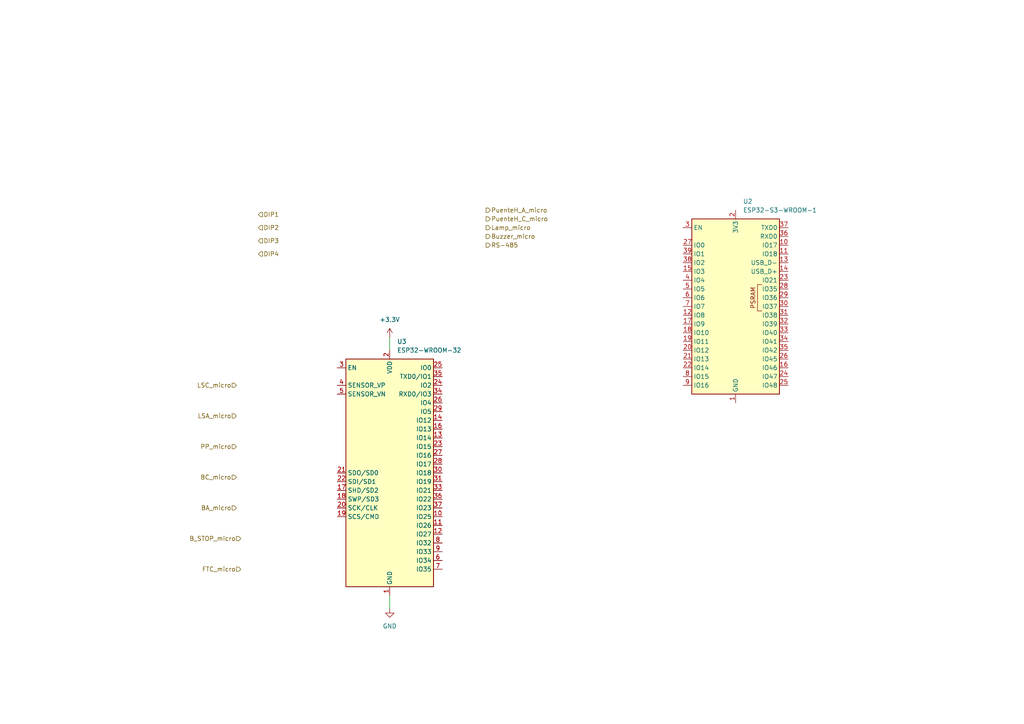
<source format=kicad_sch>
(kicad_sch
	(version 20250114)
	(generator "eeschema")
	(generator_version "9.0")
	(uuid "236dfe4a-e3ba-4b02-a8cb-721af9eabc13")
	(paper "A4")
	(lib_symbols
		(symbol "RF_Module:ESP32-S3-WROOM-1"
			(exclude_from_sim no)
			(in_bom yes)
			(on_board yes)
			(property "Reference" "U"
				(at -12.7 26.67 0)
				(effects
					(font
						(size 1.27 1.27)
					)
				)
			)
			(property "Value" "ESP32-S3-WROOM-1"
				(at 12.7 26.67 0)
				(effects
					(font
						(size 1.27 1.27)
					)
				)
			)
			(property "Footprint" "RF_Module:ESP32-S3-WROOM-1"
				(at 0 2.54 0)
				(effects
					(font
						(size 1.27 1.27)
					)
					(hide yes)
				)
			)
			(property "Datasheet" "https://www.espressif.com/sites/default/files/documentation/esp32-s3-wroom-1_wroom-1u_datasheet_en.pdf"
				(at 0 0 0)
				(effects
					(font
						(size 1.27 1.27)
					)
					(hide yes)
				)
			)
			(property "Description" "RF Module, ESP32-S3 SoC, Wi-Fi 802.11b/g/n, Bluetooth, BLE, 32-bit, 3.3V, onboard antenna, SMD"
				(at 0 0 0)
				(effects
					(font
						(size 1.27 1.27)
					)
					(hide yes)
				)
			)
			(property "ki_keywords" "RF Radio BT ESP ESP32-S3 Espressif onboard PCB antenna"
				(at 0 0 0)
				(effects
					(font
						(size 1.27 1.27)
					)
					(hide yes)
				)
			)
			(property "ki_fp_filters" "ESP32?S3?WROOM?1*"
				(at 0 0 0)
				(effects
					(font
						(size 1.27 1.27)
					)
					(hide yes)
				)
			)
			(symbol "ESP32-S3-WROOM-1_0_0"
				(rectangle
					(start -12.7 25.4)
					(end 12.7 -25.4)
					(stroke
						(width 0.254)
						(type default)
					)
					(fill
						(type background)
					)
				)
				(text "PSRAM"
					(at 5.08 2.54 900)
					(effects
						(font
							(size 1.27 1.27)
						)
					)
				)
			)
			(symbol "ESP32-S3-WROOM-1_0_1"
				(polyline
					(pts
						(xy 7.62 -1.27) (xy 6.35 -1.27) (xy 6.35 6.35) (xy 7.62 6.35)
					)
					(stroke
						(width 0)
						(type default)
					)
					(fill
						(type none)
					)
				)
			)
			(symbol "ESP32-S3-WROOM-1_1_1"
				(pin input line
					(at -15.24 22.86 0)
					(length 2.54)
					(name "EN"
						(effects
							(font
								(size 1.27 1.27)
							)
						)
					)
					(number "3"
						(effects
							(font
								(size 1.27 1.27)
							)
						)
					)
				)
				(pin bidirectional line
					(at -15.24 17.78 0)
					(length 2.54)
					(name "IO0"
						(effects
							(font
								(size 1.27 1.27)
							)
						)
					)
					(number "27"
						(effects
							(font
								(size 1.27 1.27)
							)
						)
					)
				)
				(pin bidirectional line
					(at -15.24 15.24 0)
					(length 2.54)
					(name "IO1"
						(effects
							(font
								(size 1.27 1.27)
							)
						)
					)
					(number "39"
						(effects
							(font
								(size 1.27 1.27)
							)
						)
					)
				)
				(pin bidirectional line
					(at -15.24 12.7 0)
					(length 2.54)
					(name "IO2"
						(effects
							(font
								(size 1.27 1.27)
							)
						)
					)
					(number "38"
						(effects
							(font
								(size 1.27 1.27)
							)
						)
					)
				)
				(pin bidirectional line
					(at -15.24 10.16 0)
					(length 2.54)
					(name "IO3"
						(effects
							(font
								(size 1.27 1.27)
							)
						)
					)
					(number "15"
						(effects
							(font
								(size 1.27 1.27)
							)
						)
					)
				)
				(pin bidirectional line
					(at -15.24 7.62 0)
					(length 2.54)
					(name "IO4"
						(effects
							(font
								(size 1.27 1.27)
							)
						)
					)
					(number "4"
						(effects
							(font
								(size 1.27 1.27)
							)
						)
					)
				)
				(pin bidirectional line
					(at -15.24 5.08 0)
					(length 2.54)
					(name "IO5"
						(effects
							(font
								(size 1.27 1.27)
							)
						)
					)
					(number "5"
						(effects
							(font
								(size 1.27 1.27)
							)
						)
					)
				)
				(pin bidirectional line
					(at -15.24 2.54 0)
					(length 2.54)
					(name "IO6"
						(effects
							(font
								(size 1.27 1.27)
							)
						)
					)
					(number "6"
						(effects
							(font
								(size 1.27 1.27)
							)
						)
					)
				)
				(pin bidirectional line
					(at -15.24 0 0)
					(length 2.54)
					(name "IO7"
						(effects
							(font
								(size 1.27 1.27)
							)
						)
					)
					(number "7"
						(effects
							(font
								(size 1.27 1.27)
							)
						)
					)
				)
				(pin bidirectional line
					(at -15.24 -2.54 0)
					(length 2.54)
					(name "IO8"
						(effects
							(font
								(size 1.27 1.27)
							)
						)
					)
					(number "12"
						(effects
							(font
								(size 1.27 1.27)
							)
						)
					)
				)
				(pin bidirectional line
					(at -15.24 -5.08 0)
					(length 2.54)
					(name "IO9"
						(effects
							(font
								(size 1.27 1.27)
							)
						)
					)
					(number "17"
						(effects
							(font
								(size 1.27 1.27)
							)
						)
					)
				)
				(pin bidirectional line
					(at -15.24 -7.62 0)
					(length 2.54)
					(name "IO10"
						(effects
							(font
								(size 1.27 1.27)
							)
						)
					)
					(number "18"
						(effects
							(font
								(size 1.27 1.27)
							)
						)
					)
				)
				(pin bidirectional line
					(at -15.24 -10.16 0)
					(length 2.54)
					(name "IO11"
						(effects
							(font
								(size 1.27 1.27)
							)
						)
					)
					(number "19"
						(effects
							(font
								(size 1.27 1.27)
							)
						)
					)
				)
				(pin bidirectional line
					(at -15.24 -12.7 0)
					(length 2.54)
					(name "IO12"
						(effects
							(font
								(size 1.27 1.27)
							)
						)
					)
					(number "20"
						(effects
							(font
								(size 1.27 1.27)
							)
						)
					)
				)
				(pin bidirectional line
					(at -15.24 -15.24 0)
					(length 2.54)
					(name "IO13"
						(effects
							(font
								(size 1.27 1.27)
							)
						)
					)
					(number "21"
						(effects
							(font
								(size 1.27 1.27)
							)
						)
					)
				)
				(pin bidirectional line
					(at -15.24 -17.78 0)
					(length 2.54)
					(name "IO14"
						(effects
							(font
								(size 1.27 1.27)
							)
						)
					)
					(number "22"
						(effects
							(font
								(size 1.27 1.27)
							)
						)
					)
				)
				(pin bidirectional line
					(at -15.24 -20.32 0)
					(length 2.54)
					(name "IO15"
						(effects
							(font
								(size 1.27 1.27)
							)
						)
					)
					(number "8"
						(effects
							(font
								(size 1.27 1.27)
							)
						)
					)
				)
				(pin bidirectional line
					(at -15.24 -22.86 0)
					(length 2.54)
					(name "IO16"
						(effects
							(font
								(size 1.27 1.27)
							)
						)
					)
					(number "9"
						(effects
							(font
								(size 1.27 1.27)
							)
						)
					)
				)
				(pin power_in line
					(at 0 27.94 270)
					(length 2.54)
					(name "3V3"
						(effects
							(font
								(size 1.27 1.27)
							)
						)
					)
					(number "2"
						(effects
							(font
								(size 1.27 1.27)
							)
						)
					)
				)
				(pin power_in line
					(at 0 -27.94 90)
					(length 2.54)
					(name "GND"
						(effects
							(font
								(size 1.27 1.27)
							)
						)
					)
					(number "1"
						(effects
							(font
								(size 1.27 1.27)
							)
						)
					)
				)
				(pin passive line
					(at 0 -27.94 90)
					(length 2.54)
					(hide yes)
					(name "GND"
						(effects
							(font
								(size 1.27 1.27)
							)
						)
					)
					(number "40"
						(effects
							(font
								(size 1.27 1.27)
							)
						)
					)
				)
				(pin passive line
					(at 0 -27.94 90)
					(length 2.54)
					(hide yes)
					(name "GND"
						(effects
							(font
								(size 1.27 1.27)
							)
						)
					)
					(number "41"
						(effects
							(font
								(size 1.27 1.27)
							)
						)
					)
				)
				(pin bidirectional line
					(at 15.24 22.86 180)
					(length 2.54)
					(name "TXD0"
						(effects
							(font
								(size 1.27 1.27)
							)
						)
					)
					(number "37"
						(effects
							(font
								(size 1.27 1.27)
							)
						)
					)
				)
				(pin bidirectional line
					(at 15.24 20.32 180)
					(length 2.54)
					(name "RXD0"
						(effects
							(font
								(size 1.27 1.27)
							)
						)
					)
					(number "36"
						(effects
							(font
								(size 1.27 1.27)
							)
						)
					)
				)
				(pin bidirectional line
					(at 15.24 17.78 180)
					(length 2.54)
					(name "IO17"
						(effects
							(font
								(size 1.27 1.27)
							)
						)
					)
					(number "10"
						(effects
							(font
								(size 1.27 1.27)
							)
						)
					)
				)
				(pin bidirectional line
					(at 15.24 15.24 180)
					(length 2.54)
					(name "IO18"
						(effects
							(font
								(size 1.27 1.27)
							)
						)
					)
					(number "11"
						(effects
							(font
								(size 1.27 1.27)
							)
						)
					)
				)
				(pin bidirectional line
					(at 15.24 12.7 180)
					(length 2.54)
					(name "USB_D-"
						(effects
							(font
								(size 1.27 1.27)
							)
						)
					)
					(number "13"
						(effects
							(font
								(size 1.27 1.27)
							)
						)
					)
					(alternate "IO19" bidirectional line)
				)
				(pin bidirectional line
					(at 15.24 10.16 180)
					(length 2.54)
					(name "USB_D+"
						(effects
							(font
								(size 1.27 1.27)
							)
						)
					)
					(number "14"
						(effects
							(font
								(size 1.27 1.27)
							)
						)
					)
					(alternate "IO20" bidirectional line)
				)
				(pin bidirectional line
					(at 15.24 7.62 180)
					(length 2.54)
					(name "IO21"
						(effects
							(font
								(size 1.27 1.27)
							)
						)
					)
					(number "23"
						(effects
							(font
								(size 1.27 1.27)
							)
						)
					)
				)
				(pin bidirectional line
					(at 15.24 5.08 180)
					(length 2.54)
					(name "IO35"
						(effects
							(font
								(size 1.27 1.27)
							)
						)
					)
					(number "28"
						(effects
							(font
								(size 1.27 1.27)
							)
						)
					)
				)
				(pin bidirectional line
					(at 15.24 2.54 180)
					(length 2.54)
					(name "IO36"
						(effects
							(font
								(size 1.27 1.27)
							)
						)
					)
					(number "29"
						(effects
							(font
								(size 1.27 1.27)
							)
						)
					)
				)
				(pin bidirectional line
					(at 15.24 0 180)
					(length 2.54)
					(name "IO37"
						(effects
							(font
								(size 1.27 1.27)
							)
						)
					)
					(number "30"
						(effects
							(font
								(size 1.27 1.27)
							)
						)
					)
				)
				(pin bidirectional line
					(at 15.24 -2.54 180)
					(length 2.54)
					(name "IO38"
						(effects
							(font
								(size 1.27 1.27)
							)
						)
					)
					(number "31"
						(effects
							(font
								(size 1.27 1.27)
							)
						)
					)
				)
				(pin bidirectional line
					(at 15.24 -5.08 180)
					(length 2.54)
					(name "IO39"
						(effects
							(font
								(size 1.27 1.27)
							)
						)
					)
					(number "32"
						(effects
							(font
								(size 1.27 1.27)
							)
						)
					)
				)
				(pin bidirectional line
					(at 15.24 -7.62 180)
					(length 2.54)
					(name "IO40"
						(effects
							(font
								(size 1.27 1.27)
							)
						)
					)
					(number "33"
						(effects
							(font
								(size 1.27 1.27)
							)
						)
					)
				)
				(pin bidirectional line
					(at 15.24 -10.16 180)
					(length 2.54)
					(name "IO41"
						(effects
							(font
								(size 1.27 1.27)
							)
						)
					)
					(number "34"
						(effects
							(font
								(size 1.27 1.27)
							)
						)
					)
				)
				(pin bidirectional line
					(at 15.24 -12.7 180)
					(length 2.54)
					(name "IO42"
						(effects
							(font
								(size 1.27 1.27)
							)
						)
					)
					(number "35"
						(effects
							(font
								(size 1.27 1.27)
							)
						)
					)
				)
				(pin bidirectional line
					(at 15.24 -15.24 180)
					(length 2.54)
					(name "IO45"
						(effects
							(font
								(size 1.27 1.27)
							)
						)
					)
					(number "26"
						(effects
							(font
								(size 1.27 1.27)
							)
						)
					)
				)
				(pin bidirectional line
					(at 15.24 -17.78 180)
					(length 2.54)
					(name "IO46"
						(effects
							(font
								(size 1.27 1.27)
							)
						)
					)
					(number "16"
						(effects
							(font
								(size 1.27 1.27)
							)
						)
					)
				)
				(pin bidirectional line
					(at 15.24 -20.32 180)
					(length 2.54)
					(name "IO47"
						(effects
							(font
								(size 1.27 1.27)
							)
						)
					)
					(number "24"
						(effects
							(font
								(size 1.27 1.27)
							)
						)
					)
				)
				(pin bidirectional line
					(at 15.24 -22.86 180)
					(length 2.54)
					(name "IO48"
						(effects
							(font
								(size 1.27 1.27)
							)
						)
					)
					(number "25"
						(effects
							(font
								(size 1.27 1.27)
							)
						)
					)
				)
			)
			(embedded_fonts no)
		)
		(symbol "RF_Module:ESP32-WROOM-32"
			(exclude_from_sim no)
			(in_bom yes)
			(on_board yes)
			(property "Reference" "U"
				(at -12.7 34.29 0)
				(effects
					(font
						(size 1.27 1.27)
					)
					(justify left)
				)
			)
			(property "Value" "ESP32-WROOM-32"
				(at 1.27 34.29 0)
				(effects
					(font
						(size 1.27 1.27)
					)
					(justify left)
				)
			)
			(property "Footprint" "RF_Module:ESP32-WROOM-32"
				(at 0 -38.1 0)
				(effects
					(font
						(size 1.27 1.27)
					)
					(hide yes)
				)
			)
			(property "Datasheet" "https://www.espressif.com/sites/default/files/documentation/esp32-wroom-32_datasheet_en.pdf"
				(at -7.62 1.27 0)
				(effects
					(font
						(size 1.27 1.27)
					)
					(hide yes)
				)
			)
			(property "Description" "RF Module, ESP32-D0WDQ6 SoC, Wi-Fi 802.11b/g/n, Bluetooth, BLE, 32-bit, 2.7-3.6V, onboard antenna, SMD"
				(at 0 0 0)
				(effects
					(font
						(size 1.27 1.27)
					)
					(hide yes)
				)
			)
			(property "ki_keywords" "RF Radio BT ESP ESP32 Espressif onboard PCB antenna"
				(at 0 0 0)
				(effects
					(font
						(size 1.27 1.27)
					)
					(hide yes)
				)
			)
			(property "ki_fp_filters" "ESP32?WROOM?32*"
				(at 0 0 0)
				(effects
					(font
						(size 1.27 1.27)
					)
					(hide yes)
				)
			)
			(symbol "ESP32-WROOM-32_0_1"
				(rectangle
					(start -12.7 33.02)
					(end 12.7 -33.02)
					(stroke
						(width 0.254)
						(type default)
					)
					(fill
						(type background)
					)
				)
			)
			(symbol "ESP32-WROOM-32_1_1"
				(pin input line
					(at -15.24 30.48 0)
					(length 2.54)
					(name "EN"
						(effects
							(font
								(size 1.27 1.27)
							)
						)
					)
					(number "3"
						(effects
							(font
								(size 1.27 1.27)
							)
						)
					)
				)
				(pin input line
					(at -15.24 25.4 0)
					(length 2.54)
					(name "SENSOR_VP"
						(effects
							(font
								(size 1.27 1.27)
							)
						)
					)
					(number "4"
						(effects
							(font
								(size 1.27 1.27)
							)
						)
					)
				)
				(pin input line
					(at -15.24 22.86 0)
					(length 2.54)
					(name "SENSOR_VN"
						(effects
							(font
								(size 1.27 1.27)
							)
						)
					)
					(number "5"
						(effects
							(font
								(size 1.27 1.27)
							)
						)
					)
				)
				(pin bidirectional line
					(at -15.24 0 0)
					(length 2.54)
					(name "SDO/SD0"
						(effects
							(font
								(size 1.27 1.27)
							)
						)
					)
					(number "21"
						(effects
							(font
								(size 1.27 1.27)
							)
						)
					)
				)
				(pin bidirectional line
					(at -15.24 -2.54 0)
					(length 2.54)
					(name "SDI/SD1"
						(effects
							(font
								(size 1.27 1.27)
							)
						)
					)
					(number "22"
						(effects
							(font
								(size 1.27 1.27)
							)
						)
					)
				)
				(pin bidirectional line
					(at -15.24 -5.08 0)
					(length 2.54)
					(name "SHD/SD2"
						(effects
							(font
								(size 1.27 1.27)
							)
						)
					)
					(number "17"
						(effects
							(font
								(size 1.27 1.27)
							)
						)
					)
				)
				(pin bidirectional line
					(at -15.24 -7.62 0)
					(length 2.54)
					(name "SWP/SD3"
						(effects
							(font
								(size 1.27 1.27)
							)
						)
					)
					(number "18"
						(effects
							(font
								(size 1.27 1.27)
							)
						)
					)
				)
				(pin bidirectional line
					(at -15.24 -10.16 0)
					(length 2.54)
					(name "SCK/CLK"
						(effects
							(font
								(size 1.27 1.27)
							)
						)
					)
					(number "20"
						(effects
							(font
								(size 1.27 1.27)
							)
						)
					)
				)
				(pin bidirectional line
					(at -15.24 -12.7 0)
					(length 2.54)
					(name "SCS/CMD"
						(effects
							(font
								(size 1.27 1.27)
							)
						)
					)
					(number "19"
						(effects
							(font
								(size 1.27 1.27)
							)
						)
					)
				)
				(pin no_connect line
					(at -12.7 -27.94 0)
					(length 2.54)
					(hide yes)
					(name "NC"
						(effects
							(font
								(size 1.27 1.27)
							)
						)
					)
					(number "32"
						(effects
							(font
								(size 1.27 1.27)
							)
						)
					)
				)
				(pin power_in line
					(at 0 35.56 270)
					(length 2.54)
					(name "VDD"
						(effects
							(font
								(size 1.27 1.27)
							)
						)
					)
					(number "2"
						(effects
							(font
								(size 1.27 1.27)
							)
						)
					)
				)
				(pin power_in line
					(at 0 -35.56 90)
					(length 2.54)
					(name "GND"
						(effects
							(font
								(size 1.27 1.27)
							)
						)
					)
					(number "1"
						(effects
							(font
								(size 1.27 1.27)
							)
						)
					)
				)
				(pin passive line
					(at 0 -35.56 90)
					(length 2.54)
					(hide yes)
					(name "GND"
						(effects
							(font
								(size 1.27 1.27)
							)
						)
					)
					(number "15"
						(effects
							(font
								(size 1.27 1.27)
							)
						)
					)
				)
				(pin passive line
					(at 0 -35.56 90)
					(length 2.54)
					(hide yes)
					(name "GND"
						(effects
							(font
								(size 1.27 1.27)
							)
						)
					)
					(number "38"
						(effects
							(font
								(size 1.27 1.27)
							)
						)
					)
				)
				(pin passive line
					(at 0 -35.56 90)
					(length 2.54)
					(hide yes)
					(name "GND"
						(effects
							(font
								(size 1.27 1.27)
							)
						)
					)
					(number "39"
						(effects
							(font
								(size 1.27 1.27)
							)
						)
					)
				)
				(pin bidirectional line
					(at 15.24 30.48 180)
					(length 2.54)
					(name "IO0"
						(effects
							(font
								(size 1.27 1.27)
							)
						)
					)
					(number "25"
						(effects
							(font
								(size 1.27 1.27)
							)
						)
					)
				)
				(pin bidirectional line
					(at 15.24 27.94 180)
					(length 2.54)
					(name "TXD0/IO1"
						(effects
							(font
								(size 1.27 1.27)
							)
						)
					)
					(number "35"
						(effects
							(font
								(size 1.27 1.27)
							)
						)
					)
				)
				(pin bidirectional line
					(at 15.24 25.4 180)
					(length 2.54)
					(name "IO2"
						(effects
							(font
								(size 1.27 1.27)
							)
						)
					)
					(number "24"
						(effects
							(font
								(size 1.27 1.27)
							)
						)
					)
				)
				(pin bidirectional line
					(at 15.24 22.86 180)
					(length 2.54)
					(name "RXD0/IO3"
						(effects
							(font
								(size 1.27 1.27)
							)
						)
					)
					(number "34"
						(effects
							(font
								(size 1.27 1.27)
							)
						)
					)
				)
				(pin bidirectional line
					(at 15.24 20.32 180)
					(length 2.54)
					(name "IO4"
						(effects
							(font
								(size 1.27 1.27)
							)
						)
					)
					(number "26"
						(effects
							(font
								(size 1.27 1.27)
							)
						)
					)
				)
				(pin bidirectional line
					(at 15.24 17.78 180)
					(length 2.54)
					(name "IO5"
						(effects
							(font
								(size 1.27 1.27)
							)
						)
					)
					(number "29"
						(effects
							(font
								(size 1.27 1.27)
							)
						)
					)
				)
				(pin bidirectional line
					(at 15.24 15.24 180)
					(length 2.54)
					(name "IO12"
						(effects
							(font
								(size 1.27 1.27)
							)
						)
					)
					(number "14"
						(effects
							(font
								(size 1.27 1.27)
							)
						)
					)
				)
				(pin bidirectional line
					(at 15.24 12.7 180)
					(length 2.54)
					(name "IO13"
						(effects
							(font
								(size 1.27 1.27)
							)
						)
					)
					(number "16"
						(effects
							(font
								(size 1.27 1.27)
							)
						)
					)
				)
				(pin bidirectional line
					(at 15.24 10.16 180)
					(length 2.54)
					(name "IO14"
						(effects
							(font
								(size 1.27 1.27)
							)
						)
					)
					(number "13"
						(effects
							(font
								(size 1.27 1.27)
							)
						)
					)
				)
				(pin bidirectional line
					(at 15.24 7.62 180)
					(length 2.54)
					(name "IO15"
						(effects
							(font
								(size 1.27 1.27)
							)
						)
					)
					(number "23"
						(effects
							(font
								(size 1.27 1.27)
							)
						)
					)
				)
				(pin bidirectional line
					(at 15.24 5.08 180)
					(length 2.54)
					(name "IO16"
						(effects
							(font
								(size 1.27 1.27)
							)
						)
					)
					(number "27"
						(effects
							(font
								(size 1.27 1.27)
							)
						)
					)
				)
				(pin bidirectional line
					(at 15.24 2.54 180)
					(length 2.54)
					(name "IO17"
						(effects
							(font
								(size 1.27 1.27)
							)
						)
					)
					(number "28"
						(effects
							(font
								(size 1.27 1.27)
							)
						)
					)
				)
				(pin bidirectional line
					(at 15.24 0 180)
					(length 2.54)
					(name "IO18"
						(effects
							(font
								(size 1.27 1.27)
							)
						)
					)
					(number "30"
						(effects
							(font
								(size 1.27 1.27)
							)
						)
					)
				)
				(pin bidirectional line
					(at 15.24 -2.54 180)
					(length 2.54)
					(name "IO19"
						(effects
							(font
								(size 1.27 1.27)
							)
						)
					)
					(number "31"
						(effects
							(font
								(size 1.27 1.27)
							)
						)
					)
				)
				(pin bidirectional line
					(at 15.24 -5.08 180)
					(length 2.54)
					(name "IO21"
						(effects
							(font
								(size 1.27 1.27)
							)
						)
					)
					(number "33"
						(effects
							(font
								(size 1.27 1.27)
							)
						)
					)
				)
				(pin bidirectional line
					(at 15.24 -7.62 180)
					(length 2.54)
					(name "IO22"
						(effects
							(font
								(size 1.27 1.27)
							)
						)
					)
					(number "36"
						(effects
							(font
								(size 1.27 1.27)
							)
						)
					)
				)
				(pin bidirectional line
					(at 15.24 -10.16 180)
					(length 2.54)
					(name "IO23"
						(effects
							(font
								(size 1.27 1.27)
							)
						)
					)
					(number "37"
						(effects
							(font
								(size 1.27 1.27)
							)
						)
					)
				)
				(pin bidirectional line
					(at 15.24 -12.7 180)
					(length 2.54)
					(name "IO25"
						(effects
							(font
								(size 1.27 1.27)
							)
						)
					)
					(number "10"
						(effects
							(font
								(size 1.27 1.27)
							)
						)
					)
				)
				(pin bidirectional line
					(at 15.24 -15.24 180)
					(length 2.54)
					(name "IO26"
						(effects
							(font
								(size 1.27 1.27)
							)
						)
					)
					(number "11"
						(effects
							(font
								(size 1.27 1.27)
							)
						)
					)
				)
				(pin bidirectional line
					(at 15.24 -17.78 180)
					(length 2.54)
					(name "IO27"
						(effects
							(font
								(size 1.27 1.27)
							)
						)
					)
					(number "12"
						(effects
							(font
								(size 1.27 1.27)
							)
						)
					)
				)
				(pin bidirectional line
					(at 15.24 -20.32 180)
					(length 2.54)
					(name "IO32"
						(effects
							(font
								(size 1.27 1.27)
							)
						)
					)
					(number "8"
						(effects
							(font
								(size 1.27 1.27)
							)
						)
					)
				)
				(pin bidirectional line
					(at 15.24 -22.86 180)
					(length 2.54)
					(name "IO33"
						(effects
							(font
								(size 1.27 1.27)
							)
						)
					)
					(number "9"
						(effects
							(font
								(size 1.27 1.27)
							)
						)
					)
				)
				(pin input line
					(at 15.24 -25.4 180)
					(length 2.54)
					(name "IO34"
						(effects
							(font
								(size 1.27 1.27)
							)
						)
					)
					(number "6"
						(effects
							(font
								(size 1.27 1.27)
							)
						)
					)
				)
				(pin input line
					(at 15.24 -27.94 180)
					(length 2.54)
					(name "IO35"
						(effects
							(font
								(size 1.27 1.27)
							)
						)
					)
					(number "7"
						(effects
							(font
								(size 1.27 1.27)
							)
						)
					)
				)
			)
			(embedded_fonts no)
		)
		(symbol "power:+3.3V"
			(power)
			(pin_numbers
				(hide yes)
			)
			(pin_names
				(offset 0)
				(hide yes)
			)
			(exclude_from_sim no)
			(in_bom yes)
			(on_board yes)
			(property "Reference" "#PWR"
				(at 0 -3.81 0)
				(effects
					(font
						(size 1.27 1.27)
					)
					(hide yes)
				)
			)
			(property "Value" "+3.3V"
				(at 0 3.556 0)
				(effects
					(font
						(size 1.27 1.27)
					)
				)
			)
			(property "Footprint" ""
				(at 0 0 0)
				(effects
					(font
						(size 1.27 1.27)
					)
					(hide yes)
				)
			)
			(property "Datasheet" ""
				(at 0 0 0)
				(effects
					(font
						(size 1.27 1.27)
					)
					(hide yes)
				)
			)
			(property "Description" "Power symbol creates a global label with name \"+3.3V\""
				(at 0 0 0)
				(effects
					(font
						(size 1.27 1.27)
					)
					(hide yes)
				)
			)
			(property "ki_keywords" "global power"
				(at 0 0 0)
				(effects
					(font
						(size 1.27 1.27)
					)
					(hide yes)
				)
			)
			(symbol "+3.3V_0_1"
				(polyline
					(pts
						(xy -0.762 1.27) (xy 0 2.54)
					)
					(stroke
						(width 0)
						(type default)
					)
					(fill
						(type none)
					)
				)
				(polyline
					(pts
						(xy 0 2.54) (xy 0.762 1.27)
					)
					(stroke
						(width 0)
						(type default)
					)
					(fill
						(type none)
					)
				)
				(polyline
					(pts
						(xy 0 0) (xy 0 2.54)
					)
					(stroke
						(width 0)
						(type default)
					)
					(fill
						(type none)
					)
				)
			)
			(symbol "+3.3V_1_1"
				(pin power_in line
					(at 0 0 90)
					(length 0)
					(name "~"
						(effects
							(font
								(size 1.27 1.27)
							)
						)
					)
					(number "1"
						(effects
							(font
								(size 1.27 1.27)
							)
						)
					)
				)
			)
			(embedded_fonts no)
		)
		(symbol "power:GND"
			(power)
			(pin_numbers
				(hide yes)
			)
			(pin_names
				(offset 0)
				(hide yes)
			)
			(exclude_from_sim no)
			(in_bom yes)
			(on_board yes)
			(property "Reference" "#PWR"
				(at 0 -6.35 0)
				(effects
					(font
						(size 1.27 1.27)
					)
					(hide yes)
				)
			)
			(property "Value" "GND"
				(at 0 -3.81 0)
				(effects
					(font
						(size 1.27 1.27)
					)
				)
			)
			(property "Footprint" ""
				(at 0 0 0)
				(effects
					(font
						(size 1.27 1.27)
					)
					(hide yes)
				)
			)
			(property "Datasheet" ""
				(at 0 0 0)
				(effects
					(font
						(size 1.27 1.27)
					)
					(hide yes)
				)
			)
			(property "Description" "Power symbol creates a global label with name \"GND\" , ground"
				(at 0 0 0)
				(effects
					(font
						(size 1.27 1.27)
					)
					(hide yes)
				)
			)
			(property "ki_keywords" "global power"
				(at 0 0 0)
				(effects
					(font
						(size 1.27 1.27)
					)
					(hide yes)
				)
			)
			(symbol "GND_0_1"
				(polyline
					(pts
						(xy 0 0) (xy 0 -1.27) (xy 1.27 -1.27) (xy 0 -2.54) (xy -1.27 -1.27) (xy 0 -1.27)
					)
					(stroke
						(width 0)
						(type default)
					)
					(fill
						(type none)
					)
				)
			)
			(symbol "GND_1_1"
				(pin power_in line
					(at 0 0 270)
					(length 0)
					(name "~"
						(effects
							(font
								(size 1.27 1.27)
							)
						)
					)
					(number "1"
						(effects
							(font
								(size 1.27 1.27)
							)
						)
					)
				)
			)
			(embedded_fonts no)
		)
	)
	(wire
		(pts
			(xy 113.03 97.79) (xy 113.03 101.6)
		)
		(stroke
			(width 0)
			(type default)
		)
		(uuid "0b5999f7-a524-4a1e-94b9-bb70ab48ac25")
	)
	(wire
		(pts
			(xy 113.03 172.72) (xy 113.03 176.53)
		)
		(stroke
			(width 0)
			(type default)
		)
		(uuid "9ebe6ee9-c615-43aa-8fbc-3cc64f9580b7")
	)
	(hierarchical_label "FTC_micro"
		(shape input)
		(at 69.85 165.1 180)
		(effects
			(font
				(size 1.27 1.27)
			)
			(justify right)
		)
		(uuid "244b0e09-4646-4546-a842-78cde00d50cb")
	)
	(hierarchical_label "PuenteH_A_micro"
		(shape output)
		(at 140.97 60.96 0)
		(effects
			(font
				(size 1.27 1.27)
			)
			(justify left)
		)
		(uuid "25f5597b-ea15-4e76-9123-43d11779f582")
	)
	(hierarchical_label "DIP2"
		(shape input)
		(at 74.93 66.04 0)
		(effects
			(font
				(size 1.27 1.27)
			)
			(justify left)
		)
		(uuid "30182ae9-1680-4b34-abc1-f8ee561c748f")
	)
	(hierarchical_label "Buzzer_micro"
		(shape output)
		(at 140.97 68.58 0)
		(effects
			(font
				(size 1.27 1.27)
			)
			(justify left)
		)
		(uuid "4116b551-6dcb-4bcc-9e60-0935d711a4a9")
	)
	(hierarchical_label "Lamp_micro"
		(shape output)
		(at 140.97 66.04 0)
		(effects
			(font
				(size 1.27 1.27)
			)
			(justify left)
		)
		(uuid "4a43aaee-c486-45bd-a304-7025dc3e16f9")
	)
	(hierarchical_label "LSA_micro"
		(shape input)
		(at 68.58 120.65 180)
		(effects
			(font
				(size 1.27 1.27)
			)
			(justify right)
		)
		(uuid "52b35070-1a22-4098-b52d-ccccb39c3b8e")
	)
	(hierarchical_label "B_STOP_micro"
		(shape input)
		(at 69.85 156.21 180)
		(effects
			(font
				(size 1.27 1.27)
			)
			(justify right)
		)
		(uuid "634c9e09-ed8c-46a2-a660-669e982d1f01")
	)
	(hierarchical_label "DIP1"
		(shape input)
		(at 74.93 62.23 0)
		(effects
			(font
				(size 1.27 1.27)
			)
			(justify left)
		)
		(uuid "7040bce2-eee1-4bb7-a64d-43f75768b2f3")
	)
	(hierarchical_label "LSC_micro"
		(shape input)
		(at 68.58 111.76 180)
		(effects
			(font
				(size 1.27 1.27)
			)
			(justify right)
		)
		(uuid "75ede2b9-41af-4b63-8bdb-bcfaaa62d739")
	)
	(hierarchical_label "RS-485"
		(shape output)
		(at 140.97 71.12 0)
		(effects
			(font
				(size 1.27 1.27)
			)
			(justify left)
		)
		(uuid "97249e0a-4558-498e-8822-3a7cd89d1b44")
	)
	(hierarchical_label "DIP4"
		(shape input)
		(at 74.93 73.66 0)
		(effects
			(font
				(size 1.27 1.27)
			)
			(justify left)
		)
		(uuid "9a3d7433-5289-43c2-8e45-c9645324d0b2")
	)
	(hierarchical_label "PuenteH_C_micro"
		(shape output)
		(at 140.97 63.5 0)
		(effects
			(font
				(size 1.27 1.27)
			)
			(justify left)
		)
		(uuid "ac02e2a6-02f2-4c23-a4da-585f28a516db")
	)
	(hierarchical_label "BC_micro"
		(shape input)
		(at 68.58 138.43 180)
		(effects
			(font
				(size 1.27 1.27)
			)
			(justify right)
		)
		(uuid "ba62a3cb-6156-4a8b-a7a8-ed4a8d54b0da")
	)
	(hierarchical_label "BA_micro"
		(shape input)
		(at 68.58 147.32 180)
		(effects
			(font
				(size 1.27 1.27)
			)
			(justify right)
		)
		(uuid "ca0c5504-2003-4255-8c0d-6f257e3416db")
	)
	(hierarchical_label "DIP3"
		(shape input)
		(at 74.93 69.85 0)
		(effects
			(font
				(size 1.27 1.27)
			)
			(justify left)
		)
		(uuid "e450c3ba-c360-457a-8c9a-2a6da61c6b31")
	)
	(hierarchical_label "PP_micro"
		(shape input)
		(at 68.58 129.54 180)
		(effects
			(font
				(size 1.27 1.27)
			)
			(justify right)
		)
		(uuid "eb2f2455-97de-4289-852d-d96be8223334")
	)
	(symbol
		(lib_id "RF_Module:ESP32-WROOM-32")
		(at 113.03 137.16 0)
		(unit 1)
		(exclude_from_sim no)
		(in_bom yes)
		(on_board yes)
		(dnp no)
		(fields_autoplaced yes)
		(uuid "128d8b96-e7ff-4a34-ab68-fe5fac91a538")
		(property "Reference" "U3"
			(at 115.1733 99.06 0)
			(effects
				(font
					(size 1.27 1.27)
				)
				(justify left)
			)
		)
		(property "Value" "ESP32-WROOM-32"
			(at 115.1733 101.6 0)
			(effects
				(font
					(size 1.27 1.27)
				)
				(justify left)
			)
		)
		(property "Footprint" "RF_Module:ESP32-WROOM-32"
			(at 113.03 175.26 0)
			(effects
				(font
					(size 1.27 1.27)
				)
				(hide yes)
			)
		)
		(property "Datasheet" "https://www.espressif.com/sites/default/files/documentation/esp32-wroom-32_datasheet_en.pdf"
			(at 105.41 135.89 0)
			(effects
				(font
					(size 1.27 1.27)
				)
				(hide yes)
			)
		)
		(property "Description" "RF Module, ESP32-D0WDQ6 SoC, Wi-Fi 802.11b/g/n, Bluetooth, BLE, 32-bit, 2.7-3.6V, onboard antenna, SMD"
			(at 113.03 137.16 0)
			(effects
				(font
					(size 1.27 1.27)
				)
				(hide yes)
			)
		)
		(pin "22"
			(uuid "87560913-9f80-4f9a-86be-17b4cf69e12a")
		)
		(pin "20"
			(uuid "ff0cffb3-9e46-4830-a277-d3fc18b448bd")
		)
		(pin "1"
			(uuid "33dfcbf8-14b1-4c5d-9137-22e54b17b798")
		)
		(pin "15"
			(uuid "836c0c68-85da-466e-ac11-6eeaf99b198b")
		)
		(pin "38"
			(uuid "f3cbb6d8-708b-4b1e-a0f3-1f9fb5aca9ac")
		)
		(pin "25"
			(uuid "612a427a-d6ed-4d24-8567-0d457ff0f895")
		)
		(pin "35"
			(uuid "384ce225-0bf6-45e9-9ea5-c0bea2f1e0a1")
		)
		(pin "32"
			(uuid "2dbd0a0f-7857-4809-9ff4-5965a993fab1")
		)
		(pin "21"
			(uuid "dac42969-a45a-4fb8-8cca-e00ffaf58b5f")
		)
		(pin "3"
			(uuid "7229431c-e87d-41aa-9600-ee9de96a725a")
		)
		(pin "5"
			(uuid "dac82f87-14b2-4d94-8f9a-0082a8f42ad8")
		)
		(pin "4"
			(uuid "dae9b688-9659-4a98-a107-f9e5091a5ec3")
		)
		(pin "17"
			(uuid "453e003f-a217-44d2-9447-9c42129bd281")
		)
		(pin "18"
			(uuid "e87a833f-5aad-44ad-aa69-8f933d13416c")
		)
		(pin "19"
			(uuid "54c8dee0-e7b5-422a-9ccb-3623baf5b718")
		)
		(pin "2"
			(uuid "26151391-106e-4cce-9f9d-1eb3d433f899")
		)
		(pin "39"
			(uuid "bf61e5f9-d752-44b3-9a12-1a7099596302")
		)
		(pin "24"
			(uuid "b6b452e3-6063-44fa-8b02-f5e8173077ca")
		)
		(pin "33"
			(uuid "d95220c5-a245-43f1-884f-9283ac33a005")
		)
		(pin "7"
			(uuid "2e1165ce-6d55-4584-9521-8d63efebb082")
		)
		(pin "37"
			(uuid "12e2023d-f05b-4528-94b5-59b1852d31d7")
		)
		(pin "14"
			(uuid "177bcbae-744b-4a84-a1b3-097c1e498a68")
		)
		(pin "36"
			(uuid "b6860773-1513-4ad3-a91e-94736be92f97")
		)
		(pin "8"
			(uuid "450889d9-b77a-4765-aaa1-5cb476cb7766")
		)
		(pin "30"
			(uuid "dbe1d1cb-bf6e-4bc9-9b9c-d977a1fcf57e")
		)
		(pin "27"
			(uuid "f60c433f-daf0-4c5d-aae3-b547b4d3dafa")
		)
		(pin "34"
			(uuid "eb82af2f-75b1-4901-8d82-7c5bc6d56159")
		)
		(pin "23"
			(uuid "4e6ca84a-9799-4448-a392-0b84add6f412")
		)
		(pin "10"
			(uuid "e783d965-6699-40e5-a961-d15c7aa98525")
		)
		(pin "12"
			(uuid "59378005-47c5-49fd-9147-79bc702340d1")
		)
		(pin "6"
			(uuid "d31b9e3c-ba76-4c68-b6d8-f928bc578925")
		)
		(pin "9"
			(uuid "fc0ec5dd-c9eb-445f-839f-c5dbbebcafec")
		)
		(pin "26"
			(uuid "3de926c0-0e48-46df-9103-1f34cb57c3f6")
		)
		(pin "28"
			(uuid "16c4af5b-7cbc-4691-8f2f-62331c77d9d6")
		)
		(pin "16"
			(uuid "c6cb80ee-1b88-4ef2-9524-4ee81ce2dffd")
		)
		(pin "29"
			(uuid "447d600f-a59c-41f2-99d2-c5110b3e5c3c")
		)
		(pin "31"
			(uuid "a0587564-cf27-49ca-9718-46fd97682d85")
		)
		(pin "13"
			(uuid "d1bd9528-3660-4769-9e75-8a0a98f72982")
		)
		(pin "11"
			(uuid "662f8b92-55e5-4a83-a2c4-ccfe363a7b5e")
		)
		(instances
			(project ""
				(path "/1b977d99-1d22-4971-9e37-13f65a474bc7/be4a5a19-382f-465e-8ce7-b4d36dda7d2a/5df3b7e9-7623-4507-b778-b28e041d7a6c"
					(reference "U3")
					(unit 1)
				)
			)
		)
	)
	(symbol
		(lib_id "power:GND")
		(at 113.03 176.53 0)
		(unit 1)
		(exclude_from_sim no)
		(in_bom yes)
		(on_board yes)
		(dnp no)
		(fields_autoplaced yes)
		(uuid "2ea62e90-fb7f-4f47-afca-7bf64143a818")
		(property "Reference" "#PWR010"
			(at 113.03 182.88 0)
			(effects
				(font
					(size 1.27 1.27)
				)
				(hide yes)
			)
		)
		(property "Value" "GND"
			(at 113.03 181.61 0)
			(effects
				(font
					(size 1.27 1.27)
				)
			)
		)
		(property "Footprint" ""
			(at 113.03 176.53 0)
			(effects
				(font
					(size 1.27 1.27)
				)
				(hide yes)
			)
		)
		(property "Datasheet" ""
			(at 113.03 176.53 0)
			(effects
				(font
					(size 1.27 1.27)
				)
				(hide yes)
			)
		)
		(property "Description" "Power symbol creates a global label with name \"GND\" , ground"
			(at 113.03 176.53 0)
			(effects
				(font
					(size 1.27 1.27)
				)
				(hide yes)
			)
		)
		(pin "1"
			(uuid "5fe41ecd-939b-44b8-b4ed-dddfc18542ce")
		)
		(instances
			(project ""
				(path "/1b977d99-1d22-4971-9e37-13f65a474bc7/be4a5a19-382f-465e-8ce7-b4d36dda7d2a/5df3b7e9-7623-4507-b778-b28e041d7a6c"
					(reference "#PWR010")
					(unit 1)
				)
			)
		)
	)
	(symbol
		(lib_id "RF_Module:ESP32-S3-WROOM-1")
		(at 213.36 88.9 0)
		(unit 1)
		(exclude_from_sim no)
		(in_bom yes)
		(on_board yes)
		(dnp no)
		(fields_autoplaced yes)
		(uuid "669beb42-7c6f-46e3-a22d-6fb8f02247c7")
		(property "Reference" "U2"
			(at 215.5033 58.42 0)
			(effects
				(font
					(size 1.27 1.27)
				)
				(justify left)
			)
		)
		(property "Value" "ESP32-S3-WROOM-1"
			(at 215.5033 60.96 0)
			(effects
				(font
					(size 1.27 1.27)
				)
				(justify left)
			)
		)
		(property "Footprint" "RF_Module:ESP32-S3-WROOM-1"
			(at 213.36 86.36 0)
			(effects
				(font
					(size 1.27 1.27)
				)
				(hide yes)
			)
		)
		(property "Datasheet" "https://www.espressif.com/sites/default/files/documentation/esp32-s3-wroom-1_wroom-1u_datasheet_en.pdf"
			(at 213.36 88.9 0)
			(effects
				(font
					(size 1.27 1.27)
				)
				(hide yes)
			)
		)
		(property "Description" "RF Module, ESP32-S3 SoC, Wi-Fi 802.11b/g/n, Bluetooth, BLE, 32-bit, 3.3V, onboard antenna, SMD"
			(at 213.36 88.9 0)
			(effects
				(font
					(size 1.27 1.27)
				)
				(hide yes)
			)
		)
		(pin "3"
			(uuid "2de34d5e-a062-4e17-897c-2369c017254c")
		)
		(pin "39"
			(uuid "46b8f560-21ed-495b-85b6-4fc28a301c4a")
		)
		(pin "7"
			(uuid "f832ce47-e43c-4e07-852e-0e80388c388f")
		)
		(pin "17"
			(uuid "5c7ce808-f937-49b0-949a-888f0ed36703")
		)
		(pin "20"
			(uuid "341a189f-b9e3-4b4d-bbae-64fc14367351")
		)
		(pin "22"
			(uuid "613e42f4-1ceb-4177-8072-bade6a3868c3")
		)
		(pin "38"
			(uuid "7e5ab759-0060-4e38-8c7b-f686f64b23b5")
		)
		(pin "27"
			(uuid "60bcb9f2-36fc-45f1-9344-fbf475ea269e")
		)
		(pin "4"
			(uuid "0255cd3a-1baa-4d5f-89e0-f7ddf9e046db")
		)
		(pin "15"
			(uuid "cb405d44-2046-49d5-827a-f20dd96b6d4c")
		)
		(pin "5"
			(uuid "9455aba6-4df1-4e73-ac70-6dcb91c024a0")
		)
		(pin "6"
			(uuid "70db2d38-cfc3-469d-bd65-0cb6183b6486")
		)
		(pin "12"
			(uuid "9ccafd32-867b-46f1-ae34-e34a39614311")
		)
		(pin "18"
			(uuid "a4b607de-b987-4c21-85b6-6d6429771130")
		)
		(pin "19"
			(uuid "0f18d8a6-efcf-4f86-9578-a666ac28b9ba")
		)
		(pin "21"
			(uuid "22365387-6ca1-41bb-8ebc-87caf4518154")
		)
		(pin "2"
			(uuid "8715ccbb-dbc9-49dd-af2a-e94421fe60bb")
		)
		(pin "35"
			(uuid "6a4805f8-85ee-4f91-a4f7-f839ee0911f5")
		)
		(pin "41"
			(uuid "ff5bf514-9af1-4114-a73a-9bb8f3e15e23")
		)
		(pin "11"
			(uuid "a21a6ba9-1964-4dcc-bb6d-2ac925580303")
		)
		(pin "10"
			(uuid "8260270f-a1e4-433a-872b-620affe98ab6")
		)
		(pin "13"
			(uuid "a9c55283-586c-48e9-aadb-8a12bf5efee2")
		)
		(pin "31"
			(uuid "52038050-443b-4703-b0eb-78b1f74ca123")
		)
		(pin "36"
			(uuid "c3eee0fd-1bb6-406d-b935-885f28ebb56a")
		)
		(pin "30"
			(uuid "6eb58126-02bb-4042-a954-ef46fbc8ff7c")
		)
		(pin "1"
			(uuid "8fd11c68-63bb-49c8-b3f3-e4e84b4c593d")
		)
		(pin "37"
			(uuid "04129740-c3ed-4242-9881-768caee2545c")
		)
		(pin "32"
			(uuid "055bab54-bda9-4815-a015-6a0c9ada5ec5")
		)
		(pin "34"
			(uuid "4b0929c5-1c26-4da3-906d-c30fb36ef238")
		)
		(pin "25"
			(uuid "43d72dff-afdc-4b8b-aa73-40666866b348")
		)
		(pin "29"
			(uuid "43fbb495-2014-4e03-9e83-f1829881529f")
		)
		(pin "16"
			(uuid "7081b976-13f5-4348-8df1-5d432ea54878")
		)
		(pin "9"
			(uuid "fa9b4203-64f5-425c-a2b6-4922ba5ff350")
		)
		(pin "8"
			(uuid "00877d1c-40cf-4582-917b-bb284591e58f")
		)
		(pin "40"
			(uuid "1c993d95-fdaf-4fea-b175-df42d70208c4")
		)
		(pin "23"
			(uuid "54caa329-764e-4a16-a763-9ace82b5b875")
		)
		(pin "28"
			(uuid "6088dbfa-0199-4448-8c9f-d62fd5c0ce15")
		)
		(pin "14"
			(uuid "2d24cfe2-920d-4fbf-ae90-4df99f222933")
		)
		(pin "33"
			(uuid "ef8c56c1-b0db-4a29-9406-3c5751ab74b0")
		)
		(pin "26"
			(uuid "acf26ef9-8213-478c-9062-78509841bfd3")
		)
		(pin "24"
			(uuid "e01e97d0-624b-405d-b021-6fc54e3be1e8")
		)
		(instances
			(project ""
				(path "/1b977d99-1d22-4971-9e37-13f65a474bc7/be4a5a19-382f-465e-8ce7-b4d36dda7d2a/5df3b7e9-7623-4507-b778-b28e041d7a6c"
					(reference "U2")
					(unit 1)
				)
			)
		)
	)
	(symbol
		(lib_id "power:+3.3V")
		(at 113.03 97.79 0)
		(unit 1)
		(exclude_from_sim no)
		(in_bom yes)
		(on_board yes)
		(dnp no)
		(fields_autoplaced yes)
		(uuid "da3edd4e-9b22-43fc-80d0-0b17ac3281fc")
		(property "Reference" "#PWR09"
			(at 113.03 101.6 0)
			(effects
				(font
					(size 1.27 1.27)
				)
				(hide yes)
			)
		)
		(property "Value" "+3.3V"
			(at 113.03 92.71 0)
			(effects
				(font
					(size 1.27 1.27)
				)
			)
		)
		(property "Footprint" ""
			(at 113.03 97.79 0)
			(effects
				(font
					(size 1.27 1.27)
				)
				(hide yes)
			)
		)
		(property "Datasheet" ""
			(at 113.03 97.79 0)
			(effects
				(font
					(size 1.27 1.27)
				)
				(hide yes)
			)
		)
		(property "Description" "Power symbol creates a global label with name \"+3.3V\""
			(at 113.03 97.79 0)
			(effects
				(font
					(size 1.27 1.27)
				)
				(hide yes)
			)
		)
		(pin "1"
			(uuid "5e6da688-659b-4084-8fe9-d7829274a162")
		)
		(instances
			(project ""
				(path "/1b977d99-1d22-4971-9e37-13f65a474bc7/be4a5a19-382f-465e-8ce7-b4d36dda7d2a/5df3b7e9-7623-4507-b778-b28e041d7a6c"
					(reference "#PWR09")
					(unit 1)
				)
			)
		)
	)
)

</source>
